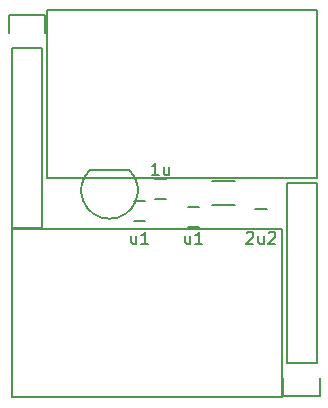
<source format=gbr>
G04 #@! TF.FileFunction,Legend,Top*
%FSLAX46Y46*%
G04 Gerber Fmt 4.6, Leading zero omitted, Abs format (unit mm)*
G04 Created by KiCad (PCBNEW 4.0.0-stable) date 17.06.2016 16:47:32*
%MOMM*%
G01*
G04 APERTURE LIST*
%ADD10C,0.100000*%
%ADD11C,0.150000*%
G04 APERTURE END LIST*
D10*
D11*
X123317000Y-101092000D02*
X123317000Y-85852000D01*
X123317000Y-85852000D02*
X125857000Y-85852000D01*
X125857000Y-85852000D02*
X125857000Y-101092000D01*
X123037000Y-103912000D02*
X123037000Y-102362000D01*
X123317000Y-101092000D02*
X125857000Y-101092000D01*
X126137000Y-102362000D02*
X126137000Y-103912000D01*
X126137000Y-103912000D02*
X123037000Y-103912000D01*
X110617000Y-71247000D02*
X102997000Y-71247000D01*
X102997000Y-71247000D02*
X102997000Y-72136000D01*
X110617000Y-85471000D02*
X102997000Y-85471000D01*
X102997000Y-85471000D02*
X102997000Y-84836000D01*
X102997000Y-84836000D02*
X102997000Y-72136000D01*
X120777000Y-71247000D02*
X125857000Y-71247000D01*
X125857000Y-71247000D02*
X125857000Y-85471000D01*
X125857000Y-85471000D02*
X120777000Y-85471000D01*
X110617000Y-85471000D02*
X120777000Y-85471000D01*
X110617000Y-71247000D02*
X120777000Y-71247000D01*
X115316000Y-104013000D02*
X122936000Y-104013000D01*
X122936000Y-104013000D02*
X122936000Y-103124000D01*
X115316000Y-89789000D02*
X122936000Y-89789000D01*
X122936000Y-89789000D02*
X122936000Y-90424000D01*
X122936000Y-90424000D02*
X122936000Y-103124000D01*
X105156000Y-104013000D02*
X100076000Y-104013000D01*
X100076000Y-104013000D02*
X100076000Y-89789000D01*
X100076000Y-89789000D02*
X105156000Y-89789000D01*
X115316000Y-89789000D02*
X105156000Y-89789000D01*
X115316000Y-104013000D02*
X105156000Y-104013000D01*
X111371000Y-87415000D02*
X110371000Y-87415000D01*
X110371000Y-89115000D02*
X111371000Y-89115000D01*
X121658000Y-88050000D02*
X120658000Y-88050000D01*
X120658000Y-89750000D02*
X121658000Y-89750000D01*
X114943000Y-89623000D02*
X115943000Y-89623000D01*
X115943000Y-87923000D02*
X114943000Y-87923000D01*
X113149000Y-85510000D02*
X112149000Y-85510000D01*
X112149000Y-87210000D02*
X113149000Y-87210000D01*
X116983000Y-87766000D02*
X118983000Y-87766000D01*
X118983000Y-85716000D02*
X116983000Y-85716000D01*
X102616000Y-74422000D02*
X102616000Y-89662000D01*
X102616000Y-89662000D02*
X100076000Y-89662000D01*
X100076000Y-89662000D02*
X100076000Y-74422000D01*
X102896000Y-71602000D02*
X102896000Y-73152000D01*
X102616000Y-74422000D02*
X100076000Y-74422000D01*
X99796000Y-73152000D02*
X99796000Y-71602000D01*
X99796000Y-71602000D02*
X102896000Y-71602000D01*
X110031000Y-84787000D02*
X106631000Y-84787000D01*
X110028056Y-84789944D02*
G75*
G02X108331000Y-88887000I-1697056J-1697056D01*
G01*
X106633944Y-84789944D02*
G75*
G03X108331000Y-88887000I1697056J-1697056D01*
G01*
X110609096Y-90336714D02*
X110609096Y-91003381D01*
X110180524Y-90336714D02*
X110180524Y-90860524D01*
X110228143Y-90955762D01*
X110323381Y-91003381D01*
X110466239Y-91003381D01*
X110561477Y-90955762D01*
X110609096Y-90908143D01*
X111609096Y-91003381D02*
X111037667Y-91003381D01*
X111323381Y-91003381D02*
X111323381Y-90003381D01*
X111228143Y-90146238D01*
X111132905Y-90241476D01*
X111037667Y-90289095D01*
X119943714Y-90098619D02*
X119991333Y-90051000D01*
X120086571Y-90003381D01*
X120324667Y-90003381D01*
X120419905Y-90051000D01*
X120467524Y-90098619D01*
X120515143Y-90193857D01*
X120515143Y-90289095D01*
X120467524Y-90431952D01*
X119896095Y-91003381D01*
X120515143Y-91003381D01*
X121372286Y-90336714D02*
X121372286Y-91003381D01*
X120943714Y-90336714D02*
X120943714Y-90860524D01*
X120991333Y-90955762D01*
X121086571Y-91003381D01*
X121229429Y-91003381D01*
X121324667Y-90955762D01*
X121372286Y-90908143D01*
X121800857Y-90098619D02*
X121848476Y-90051000D01*
X121943714Y-90003381D01*
X122181810Y-90003381D01*
X122277048Y-90051000D01*
X122324667Y-90098619D01*
X122372286Y-90193857D01*
X122372286Y-90289095D01*
X122324667Y-90431952D01*
X121753238Y-91003381D01*
X122372286Y-91003381D01*
X115181096Y-90336714D02*
X115181096Y-91003381D01*
X114752524Y-90336714D02*
X114752524Y-90860524D01*
X114800143Y-90955762D01*
X114895381Y-91003381D01*
X115038239Y-91003381D01*
X115133477Y-90955762D01*
X115181096Y-90908143D01*
X116181096Y-91003381D02*
X115609667Y-91003381D01*
X115895381Y-91003381D02*
X115895381Y-90003381D01*
X115800143Y-90146238D01*
X115704905Y-90241476D01*
X115609667Y-90289095D01*
X112482334Y-85161381D02*
X111910905Y-85161381D01*
X112196619Y-85161381D02*
X112196619Y-84161381D01*
X112101381Y-84304238D01*
X112006143Y-84399476D01*
X111910905Y-84447095D01*
X113339477Y-84494714D02*
X113339477Y-85161381D01*
X112910905Y-84494714D02*
X112910905Y-85018524D01*
X112958524Y-85113762D01*
X113053762Y-85161381D01*
X113196620Y-85161381D01*
X113291858Y-85113762D01*
X113339477Y-85066143D01*
M02*

</source>
